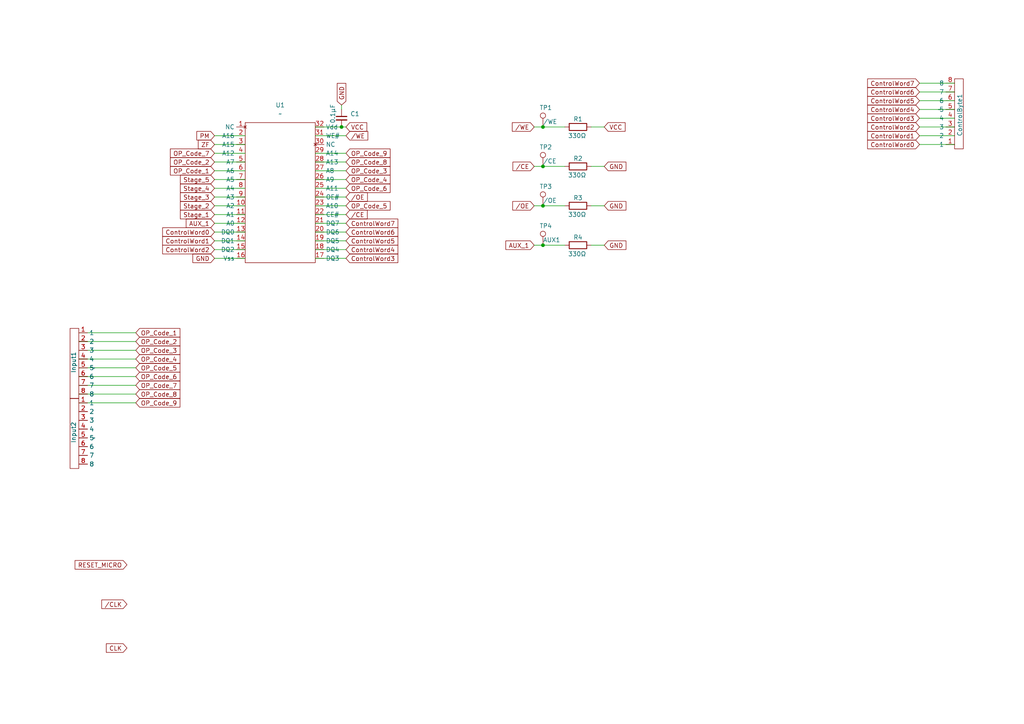
<source format=kicad_sch>
(kicad_sch (version 20250114) (generator "eeschema") (generator_version "9.0")
  (paper "A4")
  (lib_symbols
    (symbol "Connector:TestPoint" (pin_numbers (hide yes)) (pin_names (offset 0.762) (hide yes))
      (property "Reference" "TP" (at 0 6.858 0))
      (property "Value" "TestPoint" (at 0 5.08 0))
      (symbol "TestPoint_0_1"
        (circle (center 0 3.302) (radius 0.762))
      )
      (symbol "TestPoint_1_1"
        (pin passive line (at 0 0 90) (length 2.54) (name "1") (number "1"))
      )
    )
    (symbol "Device:C_Small" (pin_numbers (hide yes)) (pin_names (offset 0.254) (hide yes))
      (property "Reference" "C" (at 0.254 1.778 0))
      (property "Value" "C_Small" (at 0.254 -2.032 0))
      (symbol "C_Small_0_1"
        (polyline (pts (xy -1.524 0.508) (xy 1.524 0.508)) (stroke (width 0.3048)))
        (polyline (pts (xy -1.524 -0.508) (xy 1.524 -0.508)) (stroke (width 0.3302)))
      )
      (symbol "C_Small_1_1"
        (pin passive line (at 0 2.54 270) (length 2.032) (name "~") (number "1"))
        (pin passive line (at 0 -2.54 90) (length 2.032) (name "~") (number "2"))
      )
    )
    (symbol "Device:R" (pin_numbers (hide yes)) (pin_names (offset 0))
      (property "Reference" "R" (at 2.032 0 90))
      (property "Value" "R" (at 0 0 90))
      (symbol "R_0_1"
        (rectangle (start -1.016 -2.54) (end 1.016 2.54) (stroke (width 0.254)))
      )
      (symbol "R_1_1"
        (pin passive line (at 0 3.81 270) (length 1.27) (name "~") (number "1"))
        (pin passive line (at 0 -3.81 90) (length 1.27) (name "~") (number "2"))
      )
    )
    (symbol "Other:8_bit_mini_bus_bi"
      (property "Reference" "U" (at 0 0 0))
      (symbol "8_bit_mini_bus_bi_0_1"
        (rectangle (start -2.54 11.43) (end 0 -8.89))
      )
      (symbol "8_bit_mini_bus_bi_1_1"
        (pin bidirectional line (at 0 10.16 0) (length 2.54) (name "1") (number "1"))
        (pin bidirectional line (at 0 7.62 0) (length 2.54) (name "2") (number "2"))
        (pin bidirectional line (at 0 5.08 0) (length 2.54) (name "3") (number "3"))
        (pin bidirectional line (at 0 2.54 0) (length 2.54) (name "4") (number "4"))
        (pin bidirectional line (at 0 0 0) (length 2.54) (name "5") (number "5"))
        (pin bidirectional line (at 0 -2.54 0) (length 2.54) (name "6") (number "6"))
        (pin bidirectional line (at 0 -5.08 0) (length 2.54) (name "7") (number "7"))
        (pin bidirectional line (at 0 -7.62 0) (length 2.54) (name "8") (number "8"))
      )
    )
    (symbol "Other:SST39SF010A-55-4C"
      (property "Reference" "U" (at 0 -0.254 0))
      (symbol "SST39SF010A-55-4C_0_1"
        (rectangle (start -10.16 20.32) (end 10.16 -20.32))
      )
      (symbol "SST39SF010A-55-4C_1_1"
        (pin no_connect line (at -10.16 19.05 180) (length 2.54) (name "NC") (number "1"))
        (pin input line (at -10.16 16.51 180) (length 2.54) (name "A16") (number "2"))
        (pin input line (at -10.16 13.97 180) (length 2.54) (name "A15") (number "3"))
        (pin input line (at -10.16 11.43 180) (length 2.54) (name "A12") (number "4"))
        (pin input line (at -10.16 8.89 180) (length 2.54) (name "A7") (number "5"))
        (pin input line (at -10.16 6.35 180) (length 2.54) (name "A6") (number "6"))
        (pin input line (at -10.16 3.81 180) (length 2.54) (name "A5") (number "7"))
        (pin input line (at -10.16 1.27 180) (length 2.54) (name "A4") (number "8"))
        (pin input line (at -10.16 -1.27 180) (length 2.54) (name "A3") (number "9"))
        (pin input line (at -10.16 -3.81 180) (length 2.54) (name "A2") (number "10"))
        (pin input line (at -10.16 -6.35 180) (length 2.54) (name "A1") (number "11"))
        (pin input line (at -10.16 -8.89 180) (length 2.54) (name "A0") (number "12"))
        (pin bidirectional line (at -10.16 -11.43 180) (length 2.54) (name "DQ0") (number "13"))
        (pin bidirectional line (at -10.16 -13.97 180) (length 2.54) (name "DQ1") (number "14"))
        (pin bidirectional line (at -10.16 -16.51 180) (length 2.54) (name "DQ2") (number "15"))
        (pin power_in line (at -10.16 -19.05 180) (length 2.54) (name "Vss") (number "16"))
        (pin power_in line (at 10.16 19.05 0) (length 2.54) (name "Vdd") (number "32"))
        (pin input line (at 10.16 16.51 0) (length 2.54) (name "WE#") (number "31"))
        (pin no_connect line (at 10.16 13.97 0) (length 2.54) (name "NC") (number "30"))
        (pin input line (at 10.16 11.43 0) (length 2.54) (name "A14") (number "29"))
        (pin input line (at 10.16 8.89 0) (length 2.54) (name "A13") (number "28"))
        (pin input line (at 10.16 6.35 0) (length 2.54) (name "A8") (number "27"))
        (pin input line (at 10.16 3.81 0) (length 2.54) (name "A9") (number "26"))
        (pin input line (at 10.16 1.27 0) (length 2.54) (name "A11") (number "25"))
        (pin input line (at 10.16 -1.27 0) (length 2.54) (name "OE#") (number "24"))
        (pin input line (at 10.16 -3.81 0) (length 2.54) (name "A10") (number "23"))
        (pin input line (at 10.16 -6.35 0) (length 2.54) (name "CE#") (number "22"))
        (pin bidirectional line (at 10.16 -8.89 0) (length 2.54) (name "DQ7") (number "21"))
        (pin bidirectional line (at 10.16 -11.43 0) (length 2.54) (name "DQ6") (number "20"))
        (pin bidirectional line (at 10.16 -13.97 0) (length 2.54) (name "DQ5") (number "19"))
        (pin bidirectional line (at 10.16 -16.51 0) (length 2.54) (name "DQ4") (number "18"))
        (pin bidirectional line (at 10.16 -19.05 0) (length 2.54) (name "DQ3") (number "17"))
      )
    )
  )
  (junction (at 157.48 59.69))
  (junction (at 99.06 36.83))
  (junction (at 157.48 36.83))
  (junction (at 157.48 71.12))
  (junction (at 157.48 48.26))
  (wire (pts (xy 91.44 69.85) (xy 100.33 69.85)))
  (wire (pts (xy 266.7 34.29) (xy 276.86 34.29)))
  (wire (pts (xy 62.23 49.53) (xy 71.12 49.53)))
  (wire (pts (xy 91.44 62.23) (xy 100.33 62.23)))
  (wire (pts (xy 22.86 109.22) (xy 39.37 109.22)))
  (wire (pts (xy 157.48 59.69) (xy 163.83 59.69)))
  (wire (pts (xy 62.23 59.69) (xy 71.12 59.69)))
  (wire (pts (xy 91.44 39.37) (xy 100.33 39.37)))
  (wire (pts (xy 157.48 36.83) (xy 163.83 36.83)))
  (wire (pts (xy 154.94 48.26) (xy 157.48 48.26)))
  (wire (pts (xy 91.44 52.07) (xy 100.33 52.07)))
  (wire (pts (xy 62.23 44.45) (xy 71.12 44.45)))
  (wire (pts (xy 99.06 36.83) (xy 100.33 36.83)))
  (wire (pts (xy 91.44 46.99) (xy 100.33 46.99)))
  (wire (pts (xy 62.23 72.39) (xy 71.12 72.39)))
  (wire (pts (xy 62.23 46.99) (xy 71.12 46.99)))
  (wire (pts (xy 91.44 54.61) (xy 100.33 54.61)))
  (wire (pts (xy 154.94 59.69) (xy 157.48 59.69)))
  (wire (pts (xy 266.7 39.37) (xy 276.86 39.37)))
  (wire (pts (xy 99.06 30.48) (xy 99.06 31.75)))
  (wire (pts (xy 62.23 64.77) (xy 71.12 64.77)))
  (wire (pts (xy 91.44 64.77) (xy 100.33 64.77)))
  (wire (pts (xy 91.44 72.39) (xy 100.33 72.39)))
  (wire (pts (xy 22.86 99.06) (xy 39.37 99.06)))
  (wire (pts (xy 91.44 49.53) (xy 100.33 49.53)))
  (wire (pts (xy 91.44 67.31) (xy 100.33 67.31)))
  (wire (pts (xy 91.44 36.83) (xy 99.06 36.83)))
  (wire (pts (xy 266.7 26.67) (xy 276.86 26.67)))
  (wire (pts (xy 22.86 101.6) (xy 39.37 101.6)))
  (wire (pts (xy 171.45 59.69) (xy 175.26 59.69)))
  (wire (pts (xy 62.23 69.85) (xy 71.12 69.85)))
  (wire (pts (xy 91.44 59.69) (xy 100.33 59.69)))
  (wire (pts (xy 266.7 29.21) (xy 276.86 29.21)))
  (wire (pts (xy 266.7 24.13) (xy 276.86 24.13)))
  (wire (pts (xy 157.48 71.12) (xy 163.83 71.12)))
  (wire (pts (xy 91.44 44.45) (xy 100.33 44.45)))
  (wire (pts (xy 62.23 74.93) (xy 71.12 74.93)))
  (wire (pts (xy 91.44 57.15) (xy 100.33 57.15)))
  (wire (pts (xy 62.23 67.31) (xy 71.12 67.31)))
  (wire (pts (xy 171.45 36.83) (xy 175.26 36.83)))
  (wire (pts (xy 266.7 36.83) (xy 276.86 36.83)))
  (wire (pts (xy 22.86 114.3) (xy 39.37 114.3)))
  (wire (pts (xy 62.23 62.23) (xy 71.12 62.23)))
  (wire (pts (xy 157.48 48.26) (xy 163.83 48.26)))
  (wire (pts (xy 266.7 41.91) (xy 276.86 41.91)))
  (wire (pts (xy 22.86 104.14) (xy 39.37 104.14)))
  (wire (pts (xy 22.86 116.84) (xy 39.37 116.84)))
  (wire (pts (xy 91.44 74.93) (xy 100.33 74.93)))
  (wire (pts (xy 22.86 106.68) (xy 39.37 106.68)))
  (wire (pts (xy 62.23 39.37) (xy 71.12 39.37)))
  (wire (pts (xy 22.86 111.76) (xy 39.37 111.76)))
  (wire (pts (xy 62.23 54.61) (xy 71.12 54.61)))
  (wire (pts (xy 154.94 71.12) (xy 157.48 71.12)))
  (wire (pts (xy 266.7 31.75) (xy 276.86 31.75)))
  (wire (pts (xy 171.45 48.26) (xy 175.26 48.26)))
  (wire (pts (xy 62.23 57.15) (xy 71.12 57.15)))
  (wire (pts (xy 22.86 96.52) (xy 39.37 96.52)))
  (wire (pts (xy 154.94 36.83) (xy 157.48 36.83)))
  (wire (pts (xy 171.45 71.12) (xy 175.26 71.12)))
  (wire (pts (xy 62.23 52.07) (xy 71.12 52.07)))
  (wire (pts (xy 62.23 41.91) (xy 71.12 41.91)))
  (global_label "CLK" (shape input) (at 36.83 187.96 180) (property "Intersheetrefs" "${INTERSHEET_REFS}" (effects (hide yes))))
  (global_label "ControlWord7" (shape input) (at 266.7 24.13 180) (property "Intersheetrefs" "${INTERSHEET_REFS}" (effects (hide yes))))
  (global_label "OP_Code_2" (shape input) (at 62.23 46.99 180) (property "Intersheetrefs" "${INTERSHEET_REFS}" (effects (hide yes))))
  (global_label "ControlWord5" (shape input) (at 100.33 69.85 0) (property "Intersheetrefs" "${INTERSHEET_REFS}" (effects (hide yes))))
  (global_label "{slash}CLK" (shape input) (at 36.83 175.26 180) (property "Intersheetrefs" "${INTERSHEET_REFS}" (effects (hide yes))))
  (global_label "GND" (shape input) (at 175.26 48.26 0) (property "Intersheetrefs" "${INTERSHEET_REFS}" (effects (hide yes))))
  (global_label "{slash}OE" (shape input) (at 100.33 57.15 0) (property "Intersheetrefs" "${INTERSHEET_REFS}" (effects (hide yes))))
  (global_label "VCC" (shape input) (at 100.33 36.83 0) (property "Intersheetrefs" "${INTERSHEET_REFS}" (effects (hide yes))))
  (global_label "Stage_2" (shape input) (at 62.23 59.69 180) (property "Intersheetrefs" "${INTERSHEET_REFS}" (effects (hide yes))))
  (global_label "OP_Code_1" (shape input) (at 62.23 49.53 180) (property "Intersheetrefs" "${INTERSHEET_REFS}" (effects (hide yes))))
  (global_label "ControlWord0" (shape input) (at 62.23 67.31 180) (property "Intersheetrefs" "${INTERSHEET_REFS}" (effects (hide yes))))
  (global_label "OP_Code_3" (shape input) (at 100.33 49.53 0) (property "Intersheetrefs" "${INTERSHEET_REFS}" (effects (hide yes))))
  (global_label "GND" (shape input) (at 62.23 74.93 180) (property "Intersheetrefs" "${INTERSHEET_REFS}" (effects (hide yes))))
  (global_label "OP_Code_2" (shape input) (at 39.37 99.06 0) (property "Intersheetrefs" "${INTERSHEET_REFS}" (effects (hide yes))))
  (global_label "GND" (shape input) (at 175.26 71.12 0) (property "Intersheetrefs" "${INTERSHEET_REFS}" (effects (hide yes))))
  (global_label "ControlWord4" (shape input) (at 266.7 31.75 180) (property "Intersheetrefs" "${INTERSHEET_REFS}" (effects (hide yes))))
  (global_label "ZF" (shape input) (at 62.23 41.91 180) (property "Intersheetrefs" "${INTERSHEET_REFS}" (effects (hide yes))))
  (global_label "VCC" (shape input) (at 175.26 36.83 0) (property "Intersheetrefs" "${INTERSHEET_REFS}" (effects (hide yes))))
  (global_label "ControlWord1" (shape input) (at 62.23 69.85 180) (property "Intersheetrefs" "${INTERSHEET_REFS}" (effects (hide yes))))
  (global_label "{slash}OE" (shape input) (at 154.94 59.69 180) (property "Intersheetrefs" "${INTERSHEET_REFS}" (effects (hide yes))))
  (global_label "ControlWord5" (shape input) (at 266.7 29.21 180) (property "Intersheetrefs" "${INTERSHEET_REFS}" (effects (hide yes))))
  (global_label "OP_Code_8" (shape input) (at 100.33 46.99 0) (property "Intersheetrefs" "${INTERSHEET_REFS}" (effects (hide yes))))
  (global_label "{slash}WE" (shape input) (at 100.33 39.37 0) (property "Intersheetrefs" "${INTERSHEET_REFS}" (effects (hide yes))))
  (global_label "{slash}CE" (shape input) (at 100.33 62.23 0) (property "Intersheetrefs" "${INTERSHEET_REFS}" (effects (hide yes))))
  (global_label "GND" (shape input) (at 175.26 59.69 0) (property "Intersheetrefs" "${INTERSHEET_REFS}" (effects (hide yes))))
  (global_label "OP_Code_5" (shape input) (at 100.33 59.69 0) (property "Intersheetrefs" "${INTERSHEET_REFS}" (effects (hide yes))))
  (global_label "OP_Code_4" (shape input) (at 39.37 104.14 0) (property "Intersheetrefs" "${INTERSHEET_REFS}" (effects (hide yes))))
  (global_label "Stage_5" (shape input) (at 62.23 52.07 180) (property "Intersheetrefs" "${INTERSHEET_REFS}" (effects (hide yes))))
  (global_label "OP_Code_1" (shape input) (at 39.37 96.52 0) (property "Intersheetrefs" "${INTERSHEET_REFS}" (effects (hide yes))))
  (global_label "Stage_1" (shape input) (at 62.23 62.23 180) (property "Intersheetrefs" "${INTERSHEET_REFS}" (effects (hide yes))))
  (global_label "ControlWord7" (shape input) (at 100.33 64.77 0) (property "Intersheetrefs" "${INTERSHEET_REFS}" (effects (hide yes))))
  (global_label "OP_Code_7" (shape input) (at 39.37 111.76 0) (property "Intersheetrefs" "${INTERSHEET_REFS}" (effects (hide yes))))
  (global_label "OP_Code_9" (shape input) (at 39.37 116.84 0) (property "Intersheetrefs" "${INTERSHEET_REFS}" (effects (hide yes))))
  (global_label "ControlWord6" (shape input) (at 100.33 67.31 0) (property "Intersheetrefs" "${INTERSHEET_REFS}" (effects (hide yes))))
  (global_label "Stage_4" (shape input) (at 62.23 54.61 180) (property "Intersheetrefs" "${INTERSHEET_REFS}" (effects (hide yes))))
  (global_label "OP_Code_3" (shape input) (at 39.37 101.6 0) (property "Intersheetrefs" "${INTERSHEET_REFS}" (effects (hide yes))))
  (global_label "ControlWord6" (shape input) (at 266.7 26.67 180) (property "Intersheetrefs" "${INTERSHEET_REFS}" (effects (hide yes))))
  (global_label "OP_Code_4" (shape input) (at 100.33 52.07 0) (property "Intersheetrefs" "${INTERSHEET_REFS}" (effects (hide yes))))
  (global_label "{slash}CE" (shape input) (at 154.94 48.26 180) (property "Intersheetrefs" "${INTERSHEET_REFS}" (effects (hide yes))))
  (global_label "{slash}WE" (shape input) (at 154.94 36.83 180) (property "Intersheetrefs" "${INTERSHEET_REFS}" (effects (hide yes))))
  (global_label "Stage_3" (shape input) (at 62.23 57.15 180) (property "Intersheetrefs" "${INTERSHEET_REFS}" (effects (hide yes))))
  (global_label "ControlWord1" (shape input) (at 266.7 39.37 180) (property "Intersheetrefs" "${INTERSHEET_REFS}" (effects (hide yes))))
  (global_label "AUX_1" (shape input) (at 154.94 71.12 180) (property "Intersheetrefs" "${INTERSHEET_REFS}" (effects (hide yes))))
  (global_label "ControlWord4" (shape input) (at 100.33 72.39 0) (property "Intersheetrefs" "${INTERSHEET_REFS}" (effects (hide yes))))
  (global_label "OP_Code_8" (shape input) (at 39.37 114.3 0) (property "Intersheetrefs" "${INTERSHEET_REFS}" (effects (hide yes))))
  (global_label "OP_Code_5" (shape input) (at 39.37 106.68 0) (property "Intersheetrefs" "${INTERSHEET_REFS}" (effects (hide yes))))
  (global_label "AUX_1" (shape input) (at 62.23 64.77 180) (property "Intersheetrefs" "${INTERSHEET_REFS}" (effects (hide yes))))
  (global_label "GND" (shape input) (at 99.06 30.48 90) (property "Intersheetrefs" "${INTERSHEET_REFS}" (effects (hide yes))))
  (global_label "OP_Code_9" (shape input) (at 100.33 44.45 0) (property "Intersheetrefs" "${INTERSHEET_REFS}" (effects (hide yes))))
  (global_label "OP_Code_6" (shape input) (at 100.33 54.61 0) (property "Intersheetrefs" "${INTERSHEET_REFS}" (effects (hide yes))))
  (global_label "ControlWord2" (shape input) (at 266.7 36.83 180) (property "Intersheetrefs" "${INTERSHEET_REFS}" (effects (hide yes))))
  (global_label "PM" (shape input) (at 62.23 39.37 180) (property "Intersheetrefs" "${INTERSHEET_REFS}" (effects (hide yes))))
  (global_label "ControlWord2" (shape input) (at 62.23 72.39 180) (property "Intersheetrefs" "${INTERSHEET_REFS}" (effects (hide yes))))
  (global_label "ControlWord3" (shape input) (at 100.33 74.93 0) (property "Intersheetrefs" "${INTERSHEET_REFS}" (effects (hide yes))))
  (global_label "RESET_MICRO" (shape input) (at 36.83 163.83 180) (property "Intersheetrefs" "${INTERSHEET_REFS}" (effects (hide yes))))
  (global_label "OP_Code_7" (shape input) (at 62.23 44.45 180) (property "Intersheetrefs" "${INTERSHEET_REFS}" (effects (hide yes))))
  (global_label "ControlWord0" (shape input) (at 266.7 41.91 180) (property "Intersheetrefs" "${INTERSHEET_REFS}" (effects (hide yes))))
  (global_label "ControlWord3" (shape input) (at 266.7 34.29 180) (property "Intersheetrefs" "${INTERSHEET_REFS}" (effects (hide yes))))
  (global_label "OP_Code_6" (shape input) (at 39.37 109.22 0) (property "Intersheetrefs" "${INTERSHEET_REFS}" (effects (hide yes))))
  (symbol (lib_id "Connector:TestPoint") (at 157.48 48.26 0) (unit 1)
    (property "Reference" "TP2" (at 156.464 42.672 0) (effects (justify left)))
    (property "Value" "/CE" (at 157.48 46.736 0) (effects (justify left)))
    (property "Footprint" "TestPoint:TestPoint_Pad_D1.0mm" (effects (hide yes)))
    (property "Description" "test point" (effects (hide yes)))
  )
  (symbol (lib_id "Other:8_bit_mini_bus_bi") (at 22.86 106.68 0) (unit 1)
    (property "Reference" "Input1" (at 21.336 108.204 90) (effects (justify left)))
    (property "Value" "~" (at 26.67 106.68 0) (effects (justify left)))
    (property "Footprint" "Other:8 Bit Bus Small" (effects (hide yes)))
    (property "Description" "A bidirectional bus that is smaller then the usual version (0.7mm inner diameter)." (effects (hide yes)))
  )
  (symbol (lib_id "Other:SST39SF010A-55-4C") (at 81.28 55.88 0) (unit 1)
    (property "Reference" "U1" (at 81.28 30.48 0))
    (property "Value" "~" (at 81.28 33.02 0))
    (property "Footprint" "Package_LCC:PLCC-32_11.4x14.0mm_P1.27mm" (effects (hide yes)))
    (property "Datasheet" "https://ww1.microchip.com/downloads/aemDocuments/documents/MPD/ProductDocuments/DataSheets/SST39SF010A-SST39SF020A-SST39SF040-Data-Sheet-DS20005022.pdf" (effects (hide yes)))
    (property "Description" "Flash Chip, 2^16 bytes, 5V" (effects (hide yes)))
  )
  (symbol (lib_id "Other:8_bit_mini_bus_bi") (at 276.86 31.75 180) (unit 1)
    (property "Reference" "ControlByte1" (at 278.384 27.178 90) (effects (justify left)))
    (property "Value" "~" (at 273.05 31.75 0) (effects (justify left)))
    (property "Footprint" "Other:8 Bit Bus Small" (effects (hide yes)))
    (property "Description" "A bidirectional bus that is smaller then the usual version (0.7mm inner diameter)." (effects (hide yes)))
  )
  (symbol (lib_id "Connector:TestPoint") (at 157.48 59.69 0) (unit 1)
    (property "Reference" "TP3" (at 156.464 54.102 0) (effects (justify left)))
    (property "Value" "/OE" (at 157.48 58.166 0) (effects (justify left)))
    (property "Footprint" "TestPoint:TestPoint_Pad_D1.0mm" (effects (hide yes)))
    (property "Description" "test point" (effects (hide yes)))
  )
  (symbol (lib_id "Other:8_bit_mini_bus_bi") (at 22.86 127 0) (unit 1)
    (property "Reference" "Input2" (at 21.336 128.524 90) (effects (justify left)))
    (property "Value" "~" (at 26.67 127 0) (effects (justify left)))
    (property "Footprint" "Other:8 Bit Bus Small" (effects (hide yes)))
    (property "Description" "A bidirectional bus that is smaller then the usual version (0.7mm inner diameter)." (effects (hide yes)))
  )
  (symbol (lib_id "Device:C_Small") (at 99.06 34.29 0) (unit 1)
    (property "Reference" "C1" (at 101.6 33.0262 0) (effects (justify left)))
    (property "Value" "0.1µF" (at 96.52 35.814 90) (effects (justify left)))
    (property "Footprint" "Capacitor_SMD:C_0805_2012Metric_Pad1.18x1.45mm_HandSolder" (effects (hide yes)))
    (property "Description" "Unpolarized capacitor, small symbol" (effects (hide yes)))
  )
  (symbol (lib_id "Connector:TestPoint") (at 157.48 36.83 0) (unit 1)
    (property "Reference" "TP1" (at 156.464 31.242 0) (effects (justify left)))
    (property "Value" "/WE" (at 157.48 35.306 0) (effects (justify left)))
    (property "Footprint" "TestPoint:TestPoint_Pad_D1.0mm" (effects (hide yes)))
    (property "Description" "test point" (effects (hide yes)))
  )
  (symbol (lib_id "Device:R") (at 167.64 59.69 90) (unit 1)
    (property "Reference" "R3" (at 167.64 57.404 90))
    (property "Value" "330Ω" (at 167.386 62.23 90))
    (property "Footprint" "Resistor_SMD:R_0805_2012Metric_Pad1.20x1.40mm_HandSolder" (effects (hide yes)))
    (property "Description" "Resistor" (effects (hide yes)))
  )
  (symbol (lib_id "Connector:TestPoint") (at 157.48 71.12 0) (unit 1)
    (property "Reference" "TP4" (at 156.464 65.532 0) (effects (justify left)))
    (property "Value" "AUX1" (at 157.48 69.596 0) (effects (justify left)))
    (property "Footprint" "TestPoint:TestPoint_Pad_D1.0mm" (effects (hide yes)))
    (property "Description" "test point" (effects (hide yes)))
  )
  (symbol (lib_id "Device:R") (at 167.64 48.26 90) (unit 1)
    (property "Reference" "R2" (at 167.64 45.974 90))
    (property "Value" "330Ω" (at 167.386 50.8 90))
    (property "Footprint" "Resistor_SMD:R_0805_2012Metric_Pad1.20x1.40mm_HandSolder" (effects (hide yes)))
    (property "Description" "Resistor" (effects (hide yes)))
  )
  (symbol (lib_id "Device:R") (at 167.64 71.12 90) (unit 1)
    (property "Reference" "R4" (at 167.64 68.834 90))
    (property "Value" "330Ω" (at 167.386 73.66 90))
    (property "Footprint" "Resistor_SMD:R_0805_2012Metric_Pad1.20x1.40mm_HandSolder" (effects (hide yes)))
    (property "Description" "Resistor" (effects (hide yes)))
  )
  (symbol (lib_id "Device:R") (at 167.64 36.83 90) (unit 1)
    (property "Reference" "R1" (at 167.64 34.544 90))
    (property "Value" "330Ω" (at 167.386 39.37 90))
    (property "Footprint" "Resistor_SMD:R_0805_2012Metric_Pad1.20x1.40mm_HandSolder" (effects (hide yes)))
    (property "Description" "Resistor" (effects (hide yes)))
  )
)
</source>
